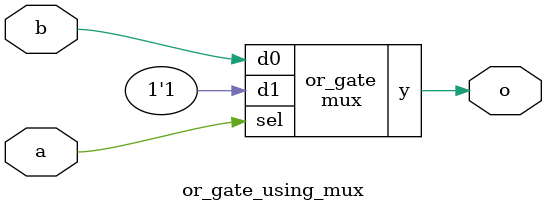
<source format=sv>

module mux (
    input  d0,
    d1,
    input  sel,
    output y
);

  assign y = sel ? d1 : d0;

endmodule

//----------------------------------------------------------------------------
// Task
//----------------------------------------------------------------------------

module or_gate_using_mux (
    input  a,
    input  b,
    output o
);

  // Task:

  // Implement or gate using instance(s) of mux,
  // constants 0 and 1, and wire connections

  mux or_gate (
      .d0 (b),
      .d1 (1'b1),
      .sel(a),
      .y  (o)
  );


endmodule

</source>
